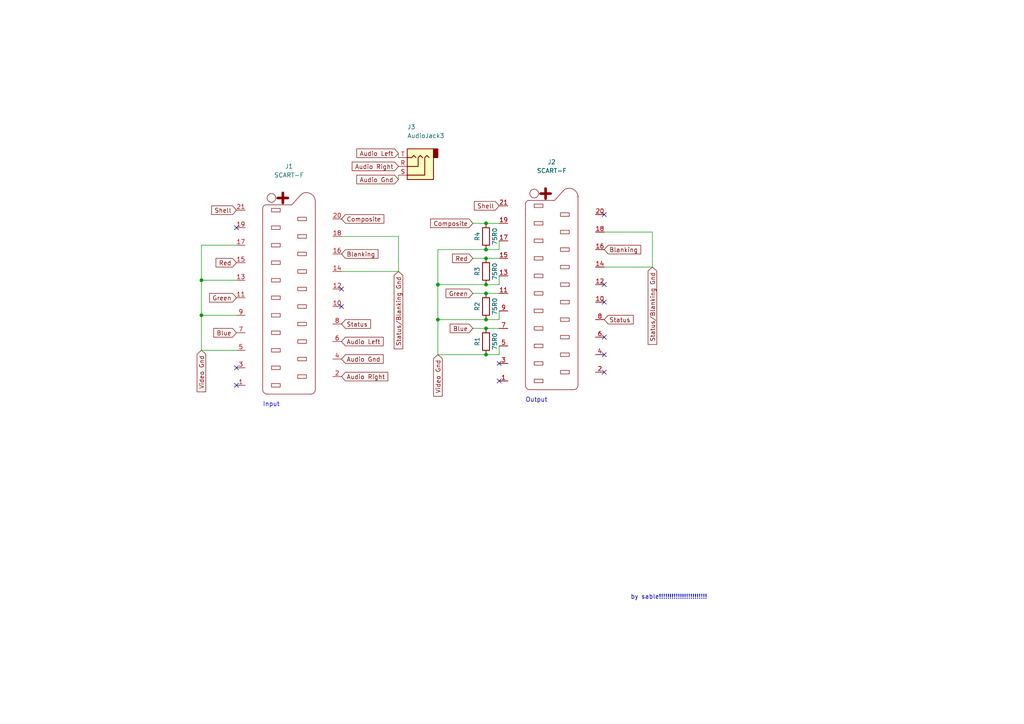
<source format=kicad_sch>
(kicad_sch (version 20230121) (generator eeschema)

  (uuid c9174dc5-59a1-4ff8-9484-5e4f22ad778f)

  (paper "A4")

  (lib_symbols
    (symbol "Connector:SCART-F" (pin_names (offset 0.762) hide) (in_bom yes) (on_board yes)
      (property "Reference" "J" (at 0 31.75 0)
        (effects (font (size 1.27 1.27)))
      )
      (property "Value" "SCART-F" (at 1.016 -29.21 0)
        (effects (font (size 1.27 1.27)))
      )
      (property "Footprint" "" (at 0 1.27 0)
        (effects (font (size 1.27 1.27)) hide)
      )
      (property "Datasheet" " ~" (at 0 1.27 0)
        (effects (font (size 1.27 1.27)) hide)
      )
      (property "ki_keywords" "connector" (at 0 0 0)
        (effects (font (size 1.27 1.27)) hide)
      )
      (property "ki_description" "Prise Peritel" (at 0 0 0)
        (effects (font (size 1.27 1.27)) hide)
      )
      (symbol "SCART-F_0_1"
        (arc (start -7.62 -26.67) (mid -7.248 -27.568) (end -6.35 -27.94)
          (stroke (width 0) (type default))
          (fill (type none))
        )
        (arc (start -6.604 26.9494) (mid -7.3224 26.6518) (end -7.62 25.9334)
          (stroke (width 0) (type default))
          (fill (type none))
        )
        (rectangle (start -5.08 -24.892) (end -2.54 -25.908)
          (stroke (width 0) (type default))
          (fill (type none))
        )
        (rectangle (start -5.08 -19.812) (end -2.54 -20.828)
          (stroke (width 0) (type default))
          (fill (type none))
        )
        (rectangle (start -5.08 -14.732) (end -2.54 -15.748)
          (stroke (width 0) (type default))
          (fill (type none))
        )
        (rectangle (start -5.08 -9.652) (end -2.54 -10.668)
          (stroke (width 0) (type default))
          (fill (type none))
        )
        (rectangle (start -5.08 -4.572) (end -2.54 -5.588)
          (stroke (width 0) (type default))
          (fill (type none))
        )
        (rectangle (start -5.08 0.508) (end -2.54 -0.508)
          (stroke (width 0) (type default))
          (fill (type none))
        )
        (rectangle (start -5.08 5.588) (end -2.54 4.572)
          (stroke (width 0) (type default))
          (fill (type none))
        )
        (rectangle (start -5.08 10.668) (end -2.54 9.652)
          (stroke (width 0) (type default))
          (fill (type none))
        )
        (rectangle (start -5.08 15.748) (end -2.54 14.732)
          (stroke (width 0) (type default))
          (fill (type none))
        )
        (rectangle (start -5.08 20.828) (end -2.54 19.812)
          (stroke (width 0) (type default))
          (fill (type none))
        )
        (rectangle (start -5.08 25.908) (end -2.54 24.892)
          (stroke (width 0) (type default))
          (fill (type none))
        )
        (circle (center -5.08 28.956) (radius 1.27)
          (stroke (width 0) (type default))
          (fill (type none))
        )
        (polyline
          (pts
            (xy -7.62 22.86)
            (xy -7.62 -26.67)
          )
          (stroke (width 0) (type default))
          (fill (type none))
        )
        (polyline
          (pts
            (xy -7.62 22.86)
            (xy -7.62 24.13)
          )
          (stroke (width 0) (type default))
          (fill (type none))
        )
        (polyline
          (pts
            (xy -7.62 24.6634)
            (xy -7.62 24.13)
          )
          (stroke (width 0) (type default))
          (fill (type none))
        )
        (polyline
          (pts
            (xy -7.62 24.6634)
            (xy -7.62 25.9334)
          )
          (stroke (width 0) (type default))
          (fill (type none))
        )
        (polyline
          (pts
            (xy -6.604 26.9494)
            (xy 0.508 26.9494)
          )
          (stroke (width 0) (type default))
          (fill (type none))
        )
        (polyline
          (pts
            (xy -6.35 -27.94)
            (xy 6.35 -27.94)
          )
          (stroke (width 0) (type default))
          (fill (type none))
        )
        (polyline
          (pts
            (xy 3.302 29.718)
            (xy 1.27 27.432)
          )
          (stroke (width 0) (type default))
          (fill (type none))
        )
        (polyline
          (pts
            (xy 4.826 30.48)
            (xy 5.08 30.48)
          )
          (stroke (width 0) (type default))
          (fill (type none))
        )
        (polyline
          (pts
            (xy 7.62 -26.67)
            (xy 7.62 28.2194)
          )
          (stroke (width 0) (type default))
          (fill (type none))
        )
        (arc (start 0.508 26.924) (mid 0.9569 27.0702) (end 1.2192 27.4574)
          (stroke (width 0) (type default))
          (fill (type none))
        )
        (rectangle (start 2.54 -22.352) (end 5.08 -23.368)
          (stroke (width 0) (type default))
          (fill (type none))
        )
        (rectangle (start 2.54 -17.272) (end 5.08 -18.288)
          (stroke (width 0) (type default))
          (fill (type none))
        )
        (rectangle (start 2.54 -12.192) (end 5.08 -13.208)
          (stroke (width 0) (type default))
          (fill (type none))
        )
        (rectangle (start 2.54 -7.112) (end 5.08 -8.128)
          (stroke (width 0) (type default))
          (fill (type none))
        )
        (rectangle (start 2.54 -2.032) (end 5.08 -3.048)
          (stroke (width 0) (type default))
          (fill (type none))
        )
        (rectangle (start 2.54 3.048) (end 5.08 2.032)
          (stroke (width 0) (type default))
          (fill (type none))
        )
        (rectangle (start 2.54 8.128) (end 5.08 7.112)
          (stroke (width 0) (type default))
          (fill (type none))
        )
        (rectangle (start 2.54 13.208) (end 5.08 12.192)
          (stroke (width 0) (type default))
          (fill (type none))
        )
        (rectangle (start 2.54 18.288) (end 5.08 17.272)
          (stroke (width 0) (type default))
          (fill (type none))
        )
        (rectangle (start 2.54 23.368) (end 5.08 22.352)
          (stroke (width 0) (type default))
          (fill (type none))
        )
        (arc (start 4.826 30.48) (mid 3.999 30.2726) (end 3.3782 29.6926)
          (stroke (width 0) (type default))
          (fill (type none))
        )
        (arc (start 6.35 -27.94) (mid 7.248 -27.568) (end 7.62 -26.67)
          (stroke (width 0) (type default))
          (fill (type none))
        )
        (arc (start 7.62 27.94) (mid 6.8761 29.7361) (end 5.08 30.48)
          (stroke (width 0) (type default))
          (fill (type none))
        )
        (text "+" (at -1.778 29.21 0)
          (effects (font (size 3.81 3.81) bold))
        )
      )
      (symbol "SCART-F_1_1"
        (pin passive line (at -15.24 -25.4 0) (length 2.54)
          (name "P1" (effects (font (size 1.27 1.27))))
          (number "1" (effects (font (size 1.27 1.27))))
        )
        (pin passive line (at 15.24 -2.54 180) (length 2.54)
          (name "P10" (effects (font (size 1.27 1.27))))
          (number "10" (effects (font (size 1.27 1.27))))
        )
        (pin passive line (at -15.24 0 0) (length 2.54)
          (name "P11" (effects (font (size 1.27 1.27))))
          (number "11" (effects (font (size 1.27 1.27))))
        )
        (pin passive line (at 15.24 2.54 180) (length 2.54)
          (name "P12" (effects (font (size 1.27 1.27))))
          (number "12" (effects (font (size 1.27 1.27))))
        )
        (pin passive line (at -15.24 5.08 0) (length 2.54)
          (name "P13" (effects (font (size 1.27 1.27))))
          (number "13" (effects (font (size 1.27 1.27))))
        )
        (pin passive line (at 15.24 7.62 180) (length 2.54)
          (name "P14" (effects (font (size 1.27 1.27))))
          (number "14" (effects (font (size 1.27 1.27))))
        )
        (pin passive line (at -15.24 10.16 0) (length 2.54)
          (name "P15" (effects (font (size 1.27 1.27))))
          (number "15" (effects (font (size 1.27 1.27))))
        )
        (pin passive line (at 15.24 12.7 180) (length 2.54)
          (name "P16" (effects (font (size 1.27 1.27))))
          (number "16" (effects (font (size 1.27 1.27))))
        )
        (pin passive line (at -15.24 15.24 0) (length 2.54)
          (name "P17" (effects (font (size 1.27 1.27))))
          (number "17" (effects (font (size 1.27 1.27))))
        )
        (pin passive line (at 15.24 17.78 180) (length 2.54)
          (name "P18" (effects (font (size 1.27 1.27))))
          (number "18" (effects (font (size 1.27 1.27))))
        )
        (pin passive line (at -15.24 20.32 0) (length 2.54)
          (name "P19" (effects (font (size 1.27 1.27))))
          (number "19" (effects (font (size 1.27 1.27))))
        )
        (pin passive line (at 15.24 -22.86 180) (length 2.54)
          (name "P2" (effects (font (size 1.27 1.27))))
          (number "2" (effects (font (size 1.27 1.27))))
        )
        (pin passive line (at 15.24 22.86 180) (length 2.54)
          (name "P20" (effects (font (size 1.27 1.27))))
          (number "20" (effects (font (size 1.27 1.27))))
        )
        (pin passive line (at -15.24 25.4 0) (length 2.54)
          (name "P21" (effects (font (size 1.27 1.27))))
          (number "21" (effects (font (size 1.27 1.27))))
        )
        (pin passive line (at -15.24 -20.32 0) (length 2.54)
          (name "P3" (effects (font (size 1.27 1.27))))
          (number "3" (effects (font (size 1.27 1.27))))
        )
        (pin passive line (at 15.24 -17.78 180) (length 2.54)
          (name "P4" (effects (font (size 1.27 1.27))))
          (number "4" (effects (font (size 1.27 1.27))))
        )
        (pin passive line (at -15.24 -15.24 0) (length 2.54)
          (name "P5" (effects (font (size 1.27 1.27))))
          (number "5" (effects (font (size 1.27 1.27))))
        )
        (pin passive line (at 15.24 -12.7 180) (length 2.54)
          (name "P6" (effects (font (size 1.27 1.27))))
          (number "6" (effects (font (size 1.27 1.27))))
        )
        (pin passive line (at -15.24 -10.16 0) (length 2.54)
          (name "P7" (effects (font (size 1.27 1.27))))
          (number "7" (effects (font (size 1.27 1.27))))
        )
        (pin passive line (at 15.24 -7.62 180) (length 2.54)
          (name "P8" (effects (font (size 1.27 1.27))))
          (number "8" (effects (font (size 1.27 1.27))))
        )
        (pin passive line (at -15.24 -5.08 0) (length 2.54)
          (name "P9" (effects (font (size 1.27 1.27))))
          (number "9" (effects (font (size 1.27 1.27))))
        )
      )
    )
    (symbol "Connector_Audio:AudioJack3" (in_bom yes) (on_board yes)
      (property "Reference" "J" (at 0 8.89 0)
        (effects (font (size 1.27 1.27)))
      )
      (property "Value" "AudioJack3" (at 0 6.35 0)
        (effects (font (size 1.27 1.27)))
      )
      (property "Footprint" "" (at 0 0 0)
        (effects (font (size 1.27 1.27)) hide)
      )
      (property "Datasheet" "~" (at 0 0 0)
        (effects (font (size 1.27 1.27)) hide)
      )
      (property "ki_keywords" "audio jack receptacle stereo headphones phones TRS connector" (at 0 0 0)
        (effects (font (size 1.27 1.27)) hide)
      )
      (property "ki_description" "Audio Jack, 3 Poles (Stereo / TRS)" (at 0 0 0)
        (effects (font (size 1.27 1.27)) hide)
      )
      (property "ki_fp_filters" "Jack*" (at 0 0 0)
        (effects (font (size 1.27 1.27)) hide)
      )
      (symbol "AudioJack3_0_1"
        (rectangle (start -5.08 -5.08) (end -6.35 -2.54)
          (stroke (width 0.254) (type default))
          (fill (type outline))
        )
        (polyline
          (pts
            (xy 0 -2.54)
            (xy 0.635 -3.175)
            (xy 1.27 -2.54)
            (xy 2.54 -2.54)
          )
          (stroke (width 0.254) (type default))
          (fill (type none))
        )
        (polyline
          (pts
            (xy -1.905 -2.54)
            (xy -1.27 -3.175)
            (xy -0.635 -2.54)
            (xy -0.635 0)
            (xy 2.54 0)
          )
          (stroke (width 0.254) (type default))
          (fill (type none))
        )
        (polyline
          (pts
            (xy 2.54 2.54)
            (xy -2.54 2.54)
            (xy -2.54 -2.54)
            (xy -3.175 -3.175)
            (xy -3.81 -2.54)
          )
          (stroke (width 0.254) (type default))
          (fill (type none))
        )
        (rectangle (start 2.54 3.81) (end -5.08 -5.08)
          (stroke (width 0.254) (type default))
          (fill (type background))
        )
      )
      (symbol "AudioJack3_1_1"
        (pin passive line (at 5.08 0 180) (length 2.54)
          (name "~" (effects (font (size 1.27 1.27))))
          (number "R" (effects (font (size 1.27 1.27))))
        )
        (pin passive line (at 5.08 2.54 180) (length 2.54)
          (name "~" (effects (font (size 1.27 1.27))))
          (number "S" (effects (font (size 1.27 1.27))))
        )
        (pin passive line (at 5.08 -2.54 180) (length 2.54)
          (name "~" (effects (font (size 1.27 1.27))))
          (number "T" (effects (font (size 1.27 1.27))))
        )
      )
    )
    (symbol "Device:R" (pin_numbers hide) (pin_names (offset 0)) (in_bom yes) (on_board yes)
      (property "Reference" "R" (at 2.032 0 90)
        (effects (font (size 1.27 1.27)))
      )
      (property "Value" "R" (at 0 0 90)
        (effects (font (size 1.27 1.27)))
      )
      (property "Footprint" "" (at -1.778 0 90)
        (effects (font (size 1.27 1.27)) hide)
      )
      (property "Datasheet" "~" (at 0 0 0)
        (effects (font (size 1.27 1.27)) hide)
      )
      (property "ki_keywords" "R res resistor" (at 0 0 0)
        (effects (font (size 1.27 1.27)) hide)
      )
      (property "ki_description" "Resistor" (at 0 0 0)
        (effects (font (size 1.27 1.27)) hide)
      )
      (property "ki_fp_filters" "R_*" (at 0 0 0)
        (effects (font (size 1.27 1.27)) hide)
      )
      (symbol "R_0_1"
        (rectangle (start -1.016 -2.54) (end 1.016 2.54)
          (stroke (width 0.254) (type default))
          (fill (type none))
        )
      )
      (symbol "R_1_1"
        (pin passive line (at 0 3.81 270) (length 1.27)
          (name "~" (effects (font (size 1.27 1.27))))
          (number "1" (effects (font (size 1.27 1.27))))
        )
        (pin passive line (at 0 -3.81 90) (length 1.27)
          (name "~" (effects (font (size 1.27 1.27))))
          (number "2" (effects (font (size 1.27 1.27))))
        )
      )
    )
  )

  (junction (at 140.97 102.87) (diameter 0) (color 0 0 0 0)
    (uuid 28232ebe-036d-42d5-b142-37df60dc443d)
  )
  (junction (at 140.97 95.25) (diameter 0) (color 0 0 0 0)
    (uuid 2a7ee1ef-6049-4e08-9405-b3c4f1500def)
  )
  (junction (at 127 92.71) (diameter 0) (color 0 0 0 0)
    (uuid 2e29f91b-7e30-4d14-b9a2-92dd2dab27d9)
  )
  (junction (at 58.42 91.44) (diameter 0) (color 0 0 0 0)
    (uuid 3c4cc665-cadd-4c81-8924-34c71e058055)
  )
  (junction (at 140.97 74.93) (diameter 0) (color 0 0 0 0)
    (uuid 7ab22346-bd1e-4bc3-a367-de44e4ef10a4)
  )
  (junction (at 140.97 85.09) (diameter 0) (color 0 0 0 0)
    (uuid 7dec03c9-c3a7-4684-9f2f-b2c7896c1348)
  )
  (junction (at 58.42 81.28) (diameter 0) (color 0 0 0 0)
    (uuid a0bdd0a9-28aa-48c1-8de3-112286d3fbee)
  )
  (junction (at 140.97 92.71) (diameter 0) (color 0 0 0 0)
    (uuid a7db9dff-e335-4173-9b11-e866678952d8)
  )
  (junction (at 140.97 72.39) (diameter 0) (color 0 0 0 0)
    (uuid b518715f-f8ad-42a5-bc50-09c751d005b1)
  )
  (junction (at 127 82.55) (diameter 0) (color 0 0 0 0)
    (uuid c8d3d082-7e35-4481-8cff-118e9b8b0aee)
  )
  (junction (at 140.97 82.55) (diameter 0) (color 0 0 0 0)
    (uuid ddc570e7-1fd5-4fcc-845e-f0dc953be84c)
  )
  (junction (at 140.97 64.77) (diameter 0) (color 0 0 0 0)
    (uuid e9d44c9e-bef2-44f0-ba56-e0d68761b683)
  )

  (no_connect (at 175.26 107.95) (uuid 02cfc421-410e-4ad2-a760-a945fb0041fb))
  (no_connect (at 175.26 62.23) (uuid 0ce4470e-fb8d-437a-ae8f-1cbe8d05c9f2))
  (no_connect (at 175.26 97.79) (uuid 0d02c141-00ba-483a-9e57-1f9a58848b66))
  (no_connect (at 175.26 102.87) (uuid 2aca9622-a0e3-41c7-9fb7-9236e94a17cf))
  (no_connect (at 99.06 83.82) (uuid 30dfeee9-688d-403d-8dda-eb908921f808))
  (no_connect (at 68.58 106.68) (uuid 6056660c-39bf-4232-9f10-1f1f378b3286))
  (no_connect (at 144.78 105.41) (uuid 61178c56-4c6a-40fe-a241-decf3db76eba))
  (no_connect (at 68.58 66.04) (uuid 895c8cc4-9091-47d4-b42a-0fff55a27df5))
  (no_connect (at 144.78 110.49) (uuid bbac5e25-2517-40a9-ba60-a27211750cbd))
  (no_connect (at 99.06 88.9) (uuid de44718b-d4c8-426b-89ae-c64ad4868b94))
  (no_connect (at 175.26 82.55) (uuid e06c6d43-718e-4d7a-a281-2e72f3963385))
  (no_connect (at 68.58 111.76) (uuid f41c93c2-b37e-40a0-96e0-36214e596f9d))
  (no_connect (at 175.26 87.63) (uuid f664396c-8d66-44d3-9e84-8615170c4e93))

  (wire (pts (xy 127 82.55) (xy 140.97 82.55))
    (stroke (width 0) (type default))
    (uuid 07d3acdd-35eb-439c-b849-b2e1c62dbd93)
  )
  (wire (pts (xy 115.57 44.45) (xy 115.57 45.72))
    (stroke (width 0) (type default))
    (uuid 0e3edaa6-fc73-45fa-a8ee-f7192bd6dc81)
  )
  (wire (pts (xy 127 102.87) (xy 140.97 102.87))
    (stroke (width 0) (type default))
    (uuid 1706527d-e6d9-475f-9096-a3fae3d0e3f8)
  )
  (wire (pts (xy 99.06 68.58) (xy 115.57 68.58))
    (stroke (width 0) (type default))
    (uuid 1e02d310-a870-4f8d-b3fb-bca7b6fd792e)
  )
  (wire (pts (xy 140.97 92.71) (xy 144.78 92.71))
    (stroke (width 0) (type default))
    (uuid 2b18b6be-b917-4763-96b9-5dfb79e1497c)
  )
  (wire (pts (xy 140.97 102.87) (xy 144.78 102.87))
    (stroke (width 0) (type default))
    (uuid 2ec6faaf-b593-4f54-baae-51b7b42bdebf)
  )
  (wire (pts (xy 137.16 64.77) (xy 140.97 64.77))
    (stroke (width 0) (type default))
    (uuid 31425e74-e37c-4065-b478-52353630c8a2)
  )
  (wire (pts (xy 115.57 52.07) (xy 115.57 50.8))
    (stroke (width 0) (type default))
    (uuid 380a528b-c0f5-49fd-b0ec-4d037393aec6)
  )
  (wire (pts (xy 137.16 74.93) (xy 140.97 74.93))
    (stroke (width 0) (type default))
    (uuid 400a36a8-15ca-48a9-a872-f3605321a883)
  )
  (wire (pts (xy 144.78 102.87) (xy 144.78 100.33))
    (stroke (width 0) (type default))
    (uuid 5cd8af6c-53d8-4ff2-9196-5a8448fa3713)
  )
  (wire (pts (xy 115.57 68.58) (xy 115.57 78.74))
    (stroke (width 0) (type default))
    (uuid 5e08ea34-4f5f-4164-a2bd-3ac8d80ddfbc)
  )
  (wire (pts (xy 58.42 101.6) (xy 68.58 101.6))
    (stroke (width 0) (type default))
    (uuid 6d01628a-82c3-4ba6-82a9-8ee18631dd37)
  )
  (wire (pts (xy 140.97 82.55) (xy 144.78 82.55))
    (stroke (width 0) (type default))
    (uuid 6dc4675f-47f2-4350-843b-b377d2120049)
  )
  (wire (pts (xy 137.16 85.09) (xy 140.97 85.09))
    (stroke (width 0) (type default))
    (uuid 7c491a68-a906-4d59-b20e-7eb32cd5f207)
  )
  (wire (pts (xy 189.23 67.31) (xy 189.23 77.47))
    (stroke (width 0) (type default))
    (uuid 7f627230-d85b-418c-910c-55dc7879c795)
  )
  (wire (pts (xy 58.42 71.12) (xy 68.58 71.12))
    (stroke (width 0) (type default))
    (uuid 82a431fb-c962-4aaa-a3c4-6e1de0e8f97e)
  )
  (wire (pts (xy 140.97 72.39) (xy 144.78 72.39))
    (stroke (width 0) (type default))
    (uuid 8d09e292-5850-4273-a163-4a439900d69f)
  )
  (wire (pts (xy 58.42 81.28) (xy 58.42 91.44))
    (stroke (width 0) (type default))
    (uuid 8f17b56c-f43a-455e-9c84-c327e5604001)
  )
  (wire (pts (xy 58.42 71.12) (xy 58.42 81.28))
    (stroke (width 0) (type default))
    (uuid 99a95d5b-3b3a-49c7-9a65-c5034051590d)
  )
  (wire (pts (xy 140.97 95.25) (xy 144.78 95.25))
    (stroke (width 0) (type default))
    (uuid 9f03a2b8-f89f-47c7-a0e1-3b7e7a293330)
  )
  (wire (pts (xy 144.78 72.39) (xy 144.78 69.85))
    (stroke (width 0) (type default))
    (uuid a2740fba-b70a-4fa1-98b2-d803f34a87a8)
  )
  (wire (pts (xy 189.23 77.47) (xy 175.26 77.47))
    (stroke (width 0) (type default))
    (uuid a28ae914-8f2f-4d0f-9e95-4559994ab9b6)
  )
  (wire (pts (xy 127 82.55) (xy 127 92.71))
    (stroke (width 0) (type default))
    (uuid a988fac3-d29b-4ff0-bbdb-33f036a0f388)
  )
  (wire (pts (xy 115.57 78.74) (xy 99.06 78.74))
    (stroke (width 0) (type default))
    (uuid ad2651c4-3d62-439c-be7b-234682b29b7c)
  )
  (wire (pts (xy 58.42 91.44) (xy 68.58 91.44))
    (stroke (width 0) (type default))
    (uuid ae53d260-9d48-408f-83bc-30ba7b2b1ea1)
  )
  (wire (pts (xy 144.78 92.71) (xy 144.78 90.17))
    (stroke (width 0) (type default))
    (uuid b081afd3-f8f6-4626-80f7-2c33449712d5)
  )
  (wire (pts (xy 175.26 67.31) (xy 189.23 67.31))
    (stroke (width 0) (type default))
    (uuid b59d56b8-664e-43f3-b6fb-bcaa3f847f0d)
  )
  (wire (pts (xy 144.78 82.55) (xy 144.78 80.01))
    (stroke (width 0) (type default))
    (uuid c03d77a4-b634-4c19-bae4-c80e48e0ac98)
  )
  (wire (pts (xy 127 72.39) (xy 140.97 72.39))
    (stroke (width 0) (type default))
    (uuid c2b0fe58-be1f-48a8-8e23-d9f4f3913946)
  )
  (wire (pts (xy 127 92.71) (xy 140.97 92.71))
    (stroke (width 0) (type default))
    (uuid c2edc088-5ce6-4f4c-96a6-b3a600b256ab)
  )
  (wire (pts (xy 58.42 91.44) (xy 58.42 101.6))
    (stroke (width 0) (type default))
    (uuid c3ec291a-b339-4a76-846c-24e02f3f3453)
  )
  (wire (pts (xy 127 72.39) (xy 127 82.55))
    (stroke (width 0) (type default))
    (uuid c46e642b-bff3-4387-bbe9-75e5323f28ee)
  )
  (wire (pts (xy 140.97 64.77) (xy 144.78 64.77))
    (stroke (width 0) (type default))
    (uuid d52c74ba-f1b6-4f49-908a-9417a673c94e)
  )
  (wire (pts (xy 140.97 85.09) (xy 144.78 85.09))
    (stroke (width 0) (type default))
    (uuid d94527f9-6e61-43a5-a21f-19ca50001f4e)
  )
  (wire (pts (xy 127 92.71) (xy 127 102.87))
    (stroke (width 0) (type default))
    (uuid ddc1aaf2-8997-4eaf-a5b1-f0aa7ce85c19)
  )
  (wire (pts (xy 140.97 74.93) (xy 144.78 74.93))
    (stroke (width 0) (type default))
    (uuid e168e6ab-5bbe-4f1c-b64a-ee82eebb4368)
  )
  (wire (pts (xy 137.16 95.25) (xy 140.97 95.25))
    (stroke (width 0) (type default))
    (uuid e3d64703-9d86-47b3-988d-30ccd79be14d)
  )
  (wire (pts (xy 58.42 81.28) (xy 68.58 81.28))
    (stroke (width 0) (type default))
    (uuid fdebbfef-5243-40ae-ab02-787ac19ee55e)
  )

  (text "Input" (at 76.2 118.11 0)
    (effects (font (size 1.27 1.27)) (justify left bottom))
    (uuid 321e91af-9ba6-4efd-a935-dc1d0f9acab3)
  )
  (text "Output\n" (at 152.4 116.84 0)
    (effects (font (size 1.27 1.27)) (justify left bottom))
    (uuid 3449eb82-2c32-4827-b587-87654cfc5163)
  )
  (text "by sable!!!!!!!!!!!!!!!!!!!!!!!" (at 182.88 173.99 0)
    (effects (font (size 1.27 1.27)) (justify left bottom))
    (uuid 373261d4-de14-455b-a7b3-fd9a574f63ca)
  )

  (global_label "Red" (shape input) (at 68.58 76.2 180) (fields_autoplaced)
    (effects (font (size 1.27 1.27)) (justify right))
    (uuid 05389a9f-e69f-45dd-9ec7-3b327351b720)
    (property "Intersheetrefs" "${INTERSHEET_REFS}" (at 62.0872 76.2 0)
      (effects (font (size 1.27 1.27)) (justify right) hide)
    )
  )
  (global_label "Audio Right" (shape input) (at 115.57 48.26 180) (fields_autoplaced)
    (effects (font (size 1.27 1.27)) (justify right))
    (uuid 0a23c40a-0e2a-4d43-aa2b-cb498b63d5ed)
    (property "Intersheetrefs" "${INTERSHEET_REFS}" (at 101.5783 48.26 0)
      (effects (font (size 1.27 1.27)) (justify right) hide)
    )
  )
  (global_label "Audio Left" (shape input) (at 99.06 99.06 0) (fields_autoplaced)
    (effects (font (size 1.27 1.27)) (justify left))
    (uuid 0d9cc0a4-6f8e-429d-944c-ff8e115d5350)
    (property "Intersheetrefs" "${INTERSHEET_REFS}" (at 111.7213 99.06 0)
      (effects (font (size 1.27 1.27)) (justify left) hide)
    )
  )
  (global_label "Green" (shape input) (at 68.58 86.36 180) (fields_autoplaced)
    (effects (font (size 1.27 1.27)) (justify right))
    (uuid 0e4a0566-dc02-4cf6-96ab-92e4afdd3c08)
    (property "Intersheetrefs" "${INTERSHEET_REFS}" (at 60.2124 86.36 0)
      (effects (font (size 1.27 1.27)) (justify right) hide)
    )
  )
  (global_label "Audio Gnd" (shape input) (at 115.57 52.07 180) (fields_autoplaced)
    (effects (font (size 1.27 1.27)) (justify right))
    (uuid 0fed61bd-9409-465d-9eec-0110d037aeaf)
    (property "Intersheetrefs" "${INTERSHEET_REFS}" (at 102.9088 52.07 0)
      (effects (font (size 1.27 1.27)) (justify right) hide)
    )
  )
  (global_label "Blanking" (shape input) (at 99.06 73.66 0) (fields_autoplaced)
    (effects (font (size 1.27 1.27)) (justify left))
    (uuid 1cbf2683-02be-4b1a-973c-e5a8e36fecb3)
    (property "Intersheetrefs" "${INTERSHEET_REFS}" (at 110.2093 73.66 0)
      (effects (font (size 1.27 1.27)) (justify left) hide)
    )
  )
  (global_label "Status" (shape input) (at 99.06 93.98 0) (fields_autoplaced)
    (effects (font (size 1.27 1.27)) (justify left))
    (uuid 200fab06-9902-4143-b45a-2ed50ed0492b)
    (property "Intersheetrefs" "${INTERSHEET_REFS}" (at 108.0322 93.98 0)
      (effects (font (size 1.27 1.27)) (justify left) hide)
    )
  )
  (global_label "Status{slash}Blanking Gnd" (shape input) (at 115.57 78.74 270) (fields_autoplaced)
    (effects (font (size 1.27 1.27)) (justify right))
    (uuid 25e5d0a8-7432-4ae0-9879-a256ac1977d4)
    (property "Intersheetrefs" "${INTERSHEET_REFS}" (at 115.57 101.7424 90)
      (effects (font (size 1.27 1.27)) (justify right) hide)
    )
  )
  (global_label "Blue" (shape input) (at 137.16 95.25 180) (fields_autoplaced)
    (effects (font (size 1.27 1.27)) (justify right))
    (uuid 46edfdc8-2ffe-4b98-a4a1-bcbd2a1fc9fb)
    (property "Intersheetrefs" "${INTERSHEET_REFS}" (at 130.002 95.25 0)
      (effects (font (size 1.27 1.27)) (justify right) hide)
    )
  )
  (global_label "Green" (shape input) (at 137.16 85.09 180) (fields_autoplaced)
    (effects (font (size 1.27 1.27)) (justify right))
    (uuid 5128080a-7e24-4b90-bdcc-071a9020e279)
    (property "Intersheetrefs" "${INTERSHEET_REFS}" (at 128.7924 85.09 0)
      (effects (font (size 1.27 1.27)) (justify right) hide)
    )
  )
  (global_label "Video Gnd" (shape input) (at 58.42 101.6 270) (fields_autoplaced)
    (effects (font (size 1.27 1.27)) (justify right))
    (uuid 82e6fbf8-d4f7-4391-b3ab-de47277f3eef)
    (property "Intersheetrefs" "${INTERSHEET_REFS}" (at 58.42 114.2008 90)
      (effects (font (size 1.27 1.27)) (justify right) hide)
    )
  )
  (global_label "Composite" (shape input) (at 137.16 64.77 180) (fields_autoplaced)
    (effects (font (size 1.27 1.27)) (justify right))
    (uuid 9a82715d-9244-4dfe-b9c1-b2d9ecb78dbb)
    (property "Intersheetrefs" "${INTERSHEET_REFS}" (at 124.3173 64.77 0)
      (effects (font (size 1.27 1.27)) (justify right) hide)
    )
  )
  (global_label "Status" (shape input) (at 175.26 92.71 0) (fields_autoplaced)
    (effects (font (size 1.27 1.27)) (justify left))
    (uuid a4676ac6-a2b5-49d8-811c-7911eb9aa92a)
    (property "Intersheetrefs" "${INTERSHEET_REFS}" (at 184.2322 92.71 0)
      (effects (font (size 1.27 1.27)) (justify left) hide)
    )
  )
  (global_label "Audio Gnd" (shape input) (at 99.06 104.14 0) (fields_autoplaced)
    (effects (font (size 1.27 1.27)) (justify left))
    (uuid aa835b32-081c-45b7-8cf8-4c3c84c83b69)
    (property "Intersheetrefs" "${INTERSHEET_REFS}" (at 111.7212 104.14 0)
      (effects (font (size 1.27 1.27)) (justify left) hide)
    )
  )
  (global_label "Audio Left" (shape input) (at 115.57 44.45 180) (fields_autoplaced)
    (effects (font (size 1.27 1.27)) (justify right))
    (uuid ab190284-867e-47df-bb87-3544f9985e1f)
    (property "Intersheetrefs" "${INTERSHEET_REFS}" (at 102.9087 44.45 0)
      (effects (font (size 1.27 1.27)) (justify right) hide)
    )
  )
  (global_label "Video Gnd" (shape input) (at 127 102.87 270) (fields_autoplaced)
    (effects (font (size 1.27 1.27)) (justify right))
    (uuid b422735a-cfd0-4ee9-b5a4-47006497293f)
    (property "Intersheetrefs" "${INTERSHEET_REFS}" (at 127 115.4708 90)
      (effects (font (size 1.27 1.27)) (justify right) hide)
    )
  )
  (global_label "Shell" (shape input) (at 144.78 59.69 180) (fields_autoplaced)
    (effects (font (size 1.27 1.27)) (justify right))
    (uuid b707d443-e45e-450d-b7e1-963d89a95b45)
    (property "Intersheetrefs" "${INTERSHEET_REFS}" (at 137.0173 59.69 0)
      (effects (font (size 1.27 1.27)) (justify right) hide)
    )
  )
  (global_label "Status{slash}Blanking Gnd" (shape input) (at 189.23 77.47 270) (fields_autoplaced)
    (effects (font (size 1.27 1.27)) (justify right))
    (uuid c1b75607-4049-4e2f-90c6-125b4f2587bb)
    (property "Intersheetrefs" "${INTERSHEET_REFS}" (at 189.23 100.4724 90)
      (effects (font (size 1.27 1.27)) (justify right) hide)
    )
  )
  (global_label "Blue" (shape input) (at 68.58 96.52 180) (fields_autoplaced)
    (effects (font (size 1.27 1.27)) (justify right))
    (uuid c92e4889-6e8c-4537-a33c-6a64cc5ae538)
    (property "Intersheetrefs" "${INTERSHEET_REFS}" (at 61.422 96.52 0)
      (effects (font (size 1.27 1.27)) (justify right) hide)
    )
  )
  (global_label "Composite" (shape input) (at 99.06 63.5 0) (fields_autoplaced)
    (effects (font (size 1.27 1.27)) (justify left))
    (uuid d7e60c54-c1ff-4f9b-b1dc-1664c7ecc073)
    (property "Intersheetrefs" "${INTERSHEET_REFS}" (at 111.9027 63.5 0)
      (effects (font (size 1.27 1.27)) (justify left) hide)
    )
  )
  (global_label "Blanking" (shape input) (at 175.26 72.39 0) (fields_autoplaced)
    (effects (font (size 1.27 1.27)) (justify left))
    (uuid dbfca324-7fe2-4abc-880a-6b04204a2591)
    (property "Intersheetrefs" "${INTERSHEET_REFS}" (at 186.4093 72.39 0)
      (effects (font (size 1.27 1.27)) (justify left) hide)
    )
  )
  (global_label "Shell" (shape input) (at 68.58 60.96 180) (fields_autoplaced)
    (effects (font (size 1.27 1.27)) (justify right))
    (uuid ddcdb918-8ffc-44be-b06b-1e910ad9bb91)
    (property "Intersheetrefs" "${INTERSHEET_REFS}" (at 60.8173 60.96 0)
      (effects (font (size 1.27 1.27)) (justify right) hide)
    )
  )
  (global_label "Audio Right" (shape input) (at 99.06 109.22 0) (fields_autoplaced)
    (effects (font (size 1.27 1.27)) (justify left))
    (uuid e7369b02-0011-42e3-8940-3fb8eb220463)
    (property "Intersheetrefs" "${INTERSHEET_REFS}" (at 113.0517 109.22 0)
      (effects (font (size 1.27 1.27)) (justify left) hide)
    )
  )
  (global_label "Red" (shape input) (at 137.16 74.93 180) (fields_autoplaced)
    (effects (font (size 1.27 1.27)) (justify right))
    (uuid f7bc5950-1fa2-4e47-8313-ab57ac46358a)
    (property "Intersheetrefs" "${INTERSHEET_REFS}" (at 130.6672 74.93 0)
      (effects (font (size 1.27 1.27)) (justify right) hide)
    )
  )

  (symbol (lib_id "Connector:SCART-F") (at 83.82 86.36 0) (unit 1)
    (in_bom yes) (on_board yes) (dnp no) (fields_autoplaced)
    (uuid 1b0ac44b-e2e8-4486-89ca-85a425adc93c)
    (property "Reference" "J1" (at 83.82 48.26 0)
      (effects (font (size 1.27 1.27)))
    )
    (property "Value" "SCART-F" (at 83.82 50.8 0)
      (effects (font (size 1.27 1.27)))
    )
    (property "Footprint" "Connector_AV:KYCON_SCART_K-SCARTX-022_Horizontal" (at 83.82 85.09 0)
      (effects (font (size 1.27 1.27)) hide)
    )
    (property "Datasheet" " ~" (at 83.82 85.09 0)
      (effects (font (size 1.27 1.27)) hide)
    )
    (pin "13" (uuid c7c824f0-3f1b-484c-a29f-74df561a4c45))
    (pin "5" (uuid 1252bea7-92fc-46b1-af17-a67daa06f7e1))
    (pin "6" (uuid 22283074-3606-46f9-9980-30f0b5e665e7))
    (pin "21" (uuid a946fbc0-3910-4ad2-b6a6-177febeba522))
    (pin "7" (uuid 06f2d329-3a38-47ed-83e8-18eec81bdff0))
    (pin "14" (uuid e173a8e6-bf10-4456-a987-dafa18288acd))
    (pin "9" (uuid 1eeecb49-49e1-4985-94df-af0e1832735c))
    (pin "16" (uuid 175c57c6-f265-4e16-9518-4418dfdcb795))
    (pin "12" (uuid 81c35ff0-422f-4ffd-8707-71e9bf91f691))
    (pin "18" (uuid 18752c30-6d67-4245-928c-17795e1d7873))
    (pin "3" (uuid 80ea67a0-2cdd-4817-b61d-61490929f5fc))
    (pin "8" (uuid addbf751-3c6e-4bc5-a516-d4eb31bc22d4))
    (pin "10" (uuid 5f35572b-6764-42f4-9fd9-8ebad7b7fb25))
    (pin "2" (uuid 5703b43d-127c-4b01-b556-a24689ccfee8))
    (pin "17" (uuid 88ce7737-530a-4741-acb8-36f9b628434e))
    (pin "1" (uuid 20825db9-f597-406d-a23b-edee2cd1dda9))
    (pin "15" (uuid d0059a0f-19da-4fef-b999-a3e03c6babf6))
    (pin "11" (uuid 462a47fb-004f-4d5e-aa42-cf5e29b33ac5))
    (pin "20" (uuid d8f553b7-4d21-4e3c-b276-d64f711bb9c3))
    (pin "4" (uuid f5841fc4-5c42-49c3-806a-b0fbf9ca6b47))
    (pin "19" (uuid 6bf07093-b061-4ca4-9ded-7a33bb4da9bd))
    (instances
      (project "scartaudioextract"
        (path "/c9174dc5-59a1-4ff8-9484-5e4f22ad778f"
          (reference "J1") (unit 1)
        )
      )
    )
  )

  (symbol (lib_id "Connector:SCART-F") (at 160.02 85.09 0) (unit 1)
    (in_bom yes) (on_board yes) (dnp no) (fields_autoplaced)
    (uuid 423f25c7-de11-4b1f-a656-50e3a97f9996)
    (property "Reference" "J2" (at 160.02 46.99 0)
      (effects (font (size 1.27 1.27)))
    )
    (property "Value" "SCART-F" (at 160.02 49.53 0)
      (effects (font (size 1.27 1.27)))
    )
    (property "Footprint" "Connector_AV:KYCON_SCART_K-SCARTX-022_Horizontal" (at 160.02 83.82 0)
      (effects (font (size 1.27 1.27)) hide)
    )
    (property "Datasheet" " ~" (at 160.02 83.82 0)
      (effects (font (size 1.27 1.27)) hide)
    )
    (pin "14" (uuid 62906355-b36f-4dcc-b723-07a0bb78afd2))
    (pin "19" (uuid f153053b-a438-4a3a-8bbd-4246200f2f65))
    (pin "11" (uuid bdd1e5bf-71fd-458d-8b6d-c06f506e8d52))
    (pin "17" (uuid c05ed3e5-0496-46d5-8ff4-c649a1767d0a))
    (pin "15" (uuid 78422673-cd0a-4b01-afb2-31999e921d8f))
    (pin "13" (uuid 868101fc-4a6c-4a8d-a989-ba6b07ff5659))
    (pin "4" (uuid 0130f85b-de36-44f1-9729-c956ca7ce757))
    (pin "2" (uuid c1c924ed-4eba-4d5f-a5e0-99fbd7344b13))
    (pin "8" (uuid 9699f659-8cf5-433a-9e9e-cc6c4dcfdc7b))
    (pin "20" (uuid d4c5c1a0-d905-4f21-83c7-1dacba97ab6f))
    (pin "18" (uuid 185bfc6a-7b95-4cd0-ac98-372676766fcb))
    (pin "21" (uuid 1bfb401e-5aaa-4165-8817-487649afeac9))
    (pin "16" (uuid 392175dd-d2e0-4a6e-9d8a-be27d33919dd))
    (pin "9" (uuid 220cffdf-7d90-4db6-a4df-624eb4ec432a))
    (pin "3" (uuid 38705290-89ec-4189-8c0d-f0ab1942fd99))
    (pin "7" (uuid ecaf8921-fff6-4b1b-bbf0-13d4efa3b6a7))
    (pin "12" (uuid 24b47988-c112-4192-8047-a990a26da386))
    (pin "5" (uuid 4a7605fa-6daf-4fc2-8996-5a77a6165e13))
    (pin "1" (uuid 8df94fcc-0fc2-4155-9795-56be20be5568))
    (pin "6" (uuid 86e37332-66a6-4205-a7b7-c1410b6f4b32))
    (pin "10" (uuid 9bc096da-1e18-4e56-88b8-dbad260c2faf))
    (instances
      (project "scartaudioextract"
        (path "/c9174dc5-59a1-4ff8-9484-5e4f22ad778f"
          (reference "J2") (unit 1)
        )
      )
    )
  )

  (symbol (lib_id "Device:R") (at 140.97 88.9 180) (unit 1)
    (in_bom yes) (on_board yes) (dnp no)
    (uuid 48937429-4ba4-4ef8-90ff-219a58941f4d)
    (property "Reference" "R2" (at 138.43 88.9 90)
      (effects (font (size 1.27 1.27)))
    )
    (property "Value" "75R0" (at 143.51 88.9 90)
      (effects (font (size 1.27 1.27)))
    )
    (property "Footprint" "Resistor_SMD:R_0805_2012Metric_Pad1.20x1.40mm_HandSolder" (at 142.748 88.9 90)
      (effects (font (size 1.27 1.27)) hide)
    )
    (property "Datasheet" "~" (at 140.97 88.9 0)
      (effects (font (size 1.27 1.27)) hide)
    )
    (pin "1" (uuid 01533590-9880-4a85-869d-89d789e677a4))
    (pin "2" (uuid b11edf7e-00f2-4542-a723-2bd8b98921f3))
    (instances
      (project "scartaudioextract"
        (path "/c9174dc5-59a1-4ff8-9484-5e4f22ad778f"
          (reference "R2") (unit 1)
        )
      )
    )
  )

  (symbol (lib_id "Device:R") (at 140.97 68.58 180) (unit 1)
    (in_bom yes) (on_board yes) (dnp no)
    (uuid 5d8df35d-7117-4041-ae26-945625cd865a)
    (property "Reference" "R4" (at 138.43 68.58 90)
      (effects (font (size 1.27 1.27)))
    )
    (property "Value" "75R0" (at 143.51 68.58 90)
      (effects (font (size 1.27 1.27)))
    )
    (property "Footprint" "Resistor_SMD:R_0805_2012Metric_Pad1.20x1.40mm_HandSolder" (at 142.748 68.58 90)
      (effects (font (size 1.27 1.27)) hide)
    )
    (property "Datasheet" "~" (at 140.97 68.58 0)
      (effects (font (size 1.27 1.27)) hide)
    )
    (pin "1" (uuid b233c824-c8c5-4ddf-aa02-a02c117c1982))
    (pin "2" (uuid f9e0edaf-d877-44a1-bd52-c7bb989a4690))
    (instances
      (project "scartaudioextract"
        (path "/c9174dc5-59a1-4ff8-9484-5e4f22ad778f"
          (reference "R4") (unit 1)
        )
      )
    )
  )

  (symbol (lib_id "Device:R") (at 140.97 78.74 180) (unit 1)
    (in_bom yes) (on_board yes) (dnp no)
    (uuid 9023e88b-8323-4a03-b285-33e37af87992)
    (property "Reference" "R3" (at 138.43 78.74 90)
      (effects (font (size 1.27 1.27)))
    )
    (property "Value" "75R0" (at 143.51 78.74 90)
      (effects (font (size 1.27 1.27)))
    )
    (property "Footprint" "Resistor_SMD:R_0805_2012Metric_Pad1.20x1.40mm_HandSolder" (at 142.748 78.74 90)
      (effects (font (size 1.27 1.27)) hide)
    )
    (property "Datasheet" "~" (at 140.97 78.74 0)
      (effects (font (size 1.27 1.27)) hide)
    )
    (pin "1" (uuid eefa9537-09e5-4a49-8dcb-fec1175f6195))
    (pin "2" (uuid 3bd2f862-10ce-4d24-87ec-a545512e8ba7))
    (instances
      (project "scartaudioextract"
        (path "/c9174dc5-59a1-4ff8-9484-5e4f22ad778f"
          (reference "R3") (unit 1)
        )
      )
    )
  )

  (symbol (lib_id "Connector_Audio:AudioJack3") (at 120.65 48.26 180) (unit 1)
    (in_bom yes) (on_board yes) (dnp no)
    (uuid aca66767-9a90-430b-a9d2-6cae8ab3e823)
    (property "Reference" "J3" (at 118.11 36.83 0)
      (effects (font (size 1.27 1.27)) (justify right))
    )
    (property "Value" "AudioJack3" (at 118.11 39.37 0)
      (effects (font (size 1.27 1.27)) (justify right))
    )
    (property "Footprint" "Connector_Audio:Jack_3.5mm_CUI_SJ1-3523N_Horizontal" (at 120.65 48.26 0)
      (effects (font (size 1.27 1.27)) hide)
    )
    (property "Datasheet" "~" (at 120.65 48.26 0)
      (effects (font (size 1.27 1.27)) hide)
    )
    (pin "S" (uuid 1537dd38-db1c-4657-b2cd-051f9f34851c))
    (pin "R" (uuid e65b3f22-569e-4750-9b1d-5462cb20a96d))
    (pin "T" (uuid cfb2d8f8-2235-4878-a707-e95b6282fed5))
    (instances
      (project "scartaudioextract"
        (path "/c9174dc5-59a1-4ff8-9484-5e4f22ad778f"
          (reference "J3") (unit 1)
        )
      )
    )
  )

  (symbol (lib_id "Device:R") (at 140.97 99.06 180) (unit 1)
    (in_bom yes) (on_board yes) (dnp no)
    (uuid fa586430-c19b-4359-9130-5c8d0b441804)
    (property "Reference" "R1" (at 138.43 99.06 90)
      (effects (font (size 1.27 1.27)))
    )
    (property "Value" "75R0" (at 143.51 99.06 90)
      (effects (font (size 1.27 1.27)))
    )
    (property "Footprint" "Resistor_SMD:R_0805_2012Metric_Pad1.20x1.40mm_HandSolder" (at 142.748 99.06 90)
      (effects (font (size 1.27 1.27)) hide)
    )
    (property "Datasheet" "~" (at 140.97 99.06 0)
      (effects (font (size 1.27 1.27)) hide)
    )
    (pin "1" (uuid c2716888-0b7a-4340-86b5-3ed927e477ce))
    (pin "2" (uuid 0f4b9188-8409-45f6-98f6-4f07dafe2006))
    (instances
      (project "scartaudioextract"
        (path "/c9174dc5-59a1-4ff8-9484-5e4f22ad778f"
          (reference "R1") (unit 1)
        )
      )
    )
  )

  (sheet_instances
    (path "/" (page "1"))
  )
)

</source>
